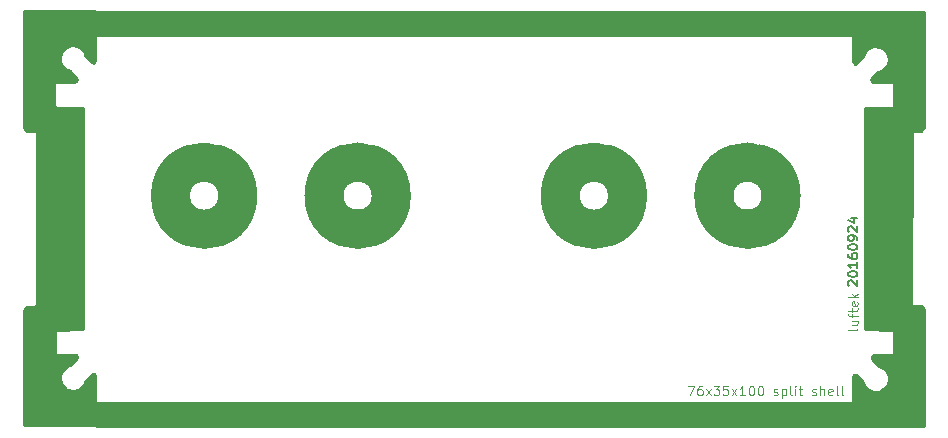
<source format=gts>
G04 #@! TF.FileFunction,Soldermask,Top*
%FSLAX46Y46*%
G04 Gerber Fmt 4.6, Leading zero omitted, Abs format (unit mm)*
G04 Created by KiCad (PCBNEW (2016-09-17 revision 679eef1)-makepkg) date 09/24/16 16:35:10*
%MOMM*%
%LPD*%
G01*
G04 APERTURE LIST*
%ADD10C,0.150000*%
%ADD11C,0.100000*%
%ADD12C,0.700000*%
%ADD13C,1.350000*%
%ADD14C,3.000000*%
%ADD15C,0.254000*%
G04 APERTURE END LIST*
D10*
D11*
X70431904Y-26750476D02*
X70393809Y-26826666D01*
X70317619Y-26864761D01*
X69631904Y-26864761D01*
X69898571Y-26102857D02*
X70431904Y-26102857D01*
X69898571Y-26445714D02*
X70317619Y-26445714D01*
X70393809Y-26407619D01*
X70431904Y-26331428D01*
X70431904Y-26217142D01*
X70393809Y-26140952D01*
X70355714Y-26102857D01*
X69898571Y-25836190D02*
X69898571Y-25531428D01*
X70431904Y-25721904D02*
X69746190Y-25721904D01*
X69670000Y-25683809D01*
X69631904Y-25607619D01*
X69631904Y-25531428D01*
X69898571Y-25379047D02*
X69898571Y-25074285D01*
X69631904Y-25264761D02*
X70317619Y-25264761D01*
X70393809Y-25226666D01*
X70431904Y-25150476D01*
X70431904Y-25074285D01*
X70393809Y-24502857D02*
X70431904Y-24579047D01*
X70431904Y-24731428D01*
X70393809Y-24807619D01*
X70317619Y-24845714D01*
X70012857Y-24845714D01*
X69936666Y-24807619D01*
X69898571Y-24731428D01*
X69898571Y-24579047D01*
X69936666Y-24502857D01*
X70012857Y-24464761D01*
X70089047Y-24464761D01*
X70165238Y-24845714D01*
X70431904Y-24121904D02*
X69631904Y-24121904D01*
X70127142Y-24045714D02*
X70431904Y-23817142D01*
X69898571Y-23817142D02*
X70203333Y-24121904D01*
D10*
X69668095Y-23140119D02*
X69630000Y-23102023D01*
X69591904Y-23025833D01*
X69591904Y-22835357D01*
X69630000Y-22759166D01*
X69668095Y-22721071D01*
X69744285Y-22682976D01*
X69820476Y-22682976D01*
X69934761Y-22721071D01*
X70391904Y-23178214D01*
X70391904Y-22682976D01*
X69591904Y-22187738D02*
X69591904Y-22111547D01*
X69630000Y-22035357D01*
X69668095Y-21997261D01*
X69744285Y-21959166D01*
X69896666Y-21921071D01*
X70087142Y-21921071D01*
X70239523Y-21959166D01*
X70315714Y-21997261D01*
X70353809Y-22035357D01*
X70391904Y-22111547D01*
X70391904Y-22187738D01*
X70353809Y-22263928D01*
X70315714Y-22302023D01*
X70239523Y-22340119D01*
X70087142Y-22378214D01*
X69896666Y-22378214D01*
X69744285Y-22340119D01*
X69668095Y-22302023D01*
X69630000Y-22263928D01*
X69591904Y-22187738D01*
X70391904Y-21159166D02*
X70391904Y-21616309D01*
X70391904Y-21387738D02*
X69591904Y-21387738D01*
X69706190Y-21463928D01*
X69782380Y-21540119D01*
X69820476Y-21616309D01*
X69591904Y-20473452D02*
X69591904Y-20625833D01*
X69630000Y-20702023D01*
X69668095Y-20740119D01*
X69782380Y-20816309D01*
X69934761Y-20854404D01*
X70239523Y-20854404D01*
X70315714Y-20816309D01*
X70353809Y-20778214D01*
X70391904Y-20702023D01*
X70391904Y-20549642D01*
X70353809Y-20473452D01*
X70315714Y-20435357D01*
X70239523Y-20397261D01*
X70049047Y-20397261D01*
X69972857Y-20435357D01*
X69934761Y-20473452D01*
X69896666Y-20549642D01*
X69896666Y-20702023D01*
X69934761Y-20778214D01*
X69972857Y-20816309D01*
X70049047Y-20854404D01*
X69591904Y-19902023D02*
X69591904Y-19825833D01*
X69630000Y-19749642D01*
X69668095Y-19711547D01*
X69744285Y-19673452D01*
X69896666Y-19635357D01*
X70087142Y-19635357D01*
X70239523Y-19673452D01*
X70315714Y-19711547D01*
X70353809Y-19749642D01*
X70391904Y-19825833D01*
X70391904Y-19902023D01*
X70353809Y-19978214D01*
X70315714Y-20016309D01*
X70239523Y-20054404D01*
X70087142Y-20092500D01*
X69896666Y-20092500D01*
X69744285Y-20054404D01*
X69668095Y-20016309D01*
X69630000Y-19978214D01*
X69591904Y-19902023D01*
X70391904Y-19254404D02*
X70391904Y-19102023D01*
X70353809Y-19025833D01*
X70315714Y-18987738D01*
X70201428Y-18911547D01*
X70049047Y-18873452D01*
X69744285Y-18873452D01*
X69668095Y-18911547D01*
X69630000Y-18949642D01*
X69591904Y-19025833D01*
X69591904Y-19178214D01*
X69630000Y-19254404D01*
X69668095Y-19292500D01*
X69744285Y-19330595D01*
X69934761Y-19330595D01*
X70010952Y-19292500D01*
X70049047Y-19254404D01*
X70087142Y-19178214D01*
X70087142Y-19025833D01*
X70049047Y-18949642D01*
X70010952Y-18911547D01*
X69934761Y-18873452D01*
X69668095Y-18568690D02*
X69630000Y-18530595D01*
X69591904Y-18454404D01*
X69591904Y-18263928D01*
X69630000Y-18187738D01*
X69668095Y-18149642D01*
X69744285Y-18111547D01*
X69820476Y-18111547D01*
X69934761Y-18149642D01*
X70391904Y-18606785D01*
X70391904Y-18111547D01*
X69858571Y-17425833D02*
X70391904Y-17425833D01*
X69553809Y-17616309D02*
X70125238Y-17806785D01*
X70125238Y-17311547D01*
D11*
X56038571Y-31631904D02*
X56571904Y-31631904D01*
X56229047Y-32431904D01*
X57219523Y-31631904D02*
X57067142Y-31631904D01*
X56990952Y-31670000D01*
X56952857Y-31708095D01*
X56876666Y-31822380D01*
X56838571Y-31974761D01*
X56838571Y-32279523D01*
X56876666Y-32355714D01*
X56914761Y-32393809D01*
X56990952Y-32431904D01*
X57143333Y-32431904D01*
X57219523Y-32393809D01*
X57257619Y-32355714D01*
X57295714Y-32279523D01*
X57295714Y-32089047D01*
X57257619Y-32012857D01*
X57219523Y-31974761D01*
X57143333Y-31936666D01*
X56990952Y-31936666D01*
X56914761Y-31974761D01*
X56876666Y-32012857D01*
X56838571Y-32089047D01*
X57562380Y-32431904D02*
X57981428Y-31898571D01*
X57562380Y-31898571D02*
X57981428Y-32431904D01*
X58210000Y-31631904D02*
X58705238Y-31631904D01*
X58438571Y-31936666D01*
X58552857Y-31936666D01*
X58629047Y-31974761D01*
X58667142Y-32012857D01*
X58705238Y-32089047D01*
X58705238Y-32279523D01*
X58667142Y-32355714D01*
X58629047Y-32393809D01*
X58552857Y-32431904D01*
X58324285Y-32431904D01*
X58248095Y-32393809D01*
X58210000Y-32355714D01*
X59429047Y-31631904D02*
X59048095Y-31631904D01*
X59010000Y-32012857D01*
X59048095Y-31974761D01*
X59124285Y-31936666D01*
X59314761Y-31936666D01*
X59390952Y-31974761D01*
X59429047Y-32012857D01*
X59467142Y-32089047D01*
X59467142Y-32279523D01*
X59429047Y-32355714D01*
X59390952Y-32393809D01*
X59314761Y-32431904D01*
X59124285Y-32431904D01*
X59048095Y-32393809D01*
X59010000Y-32355714D01*
X59733809Y-32431904D02*
X60152857Y-31898571D01*
X59733809Y-31898571D02*
X60152857Y-32431904D01*
X60876666Y-32431904D02*
X60419523Y-32431904D01*
X60648095Y-32431904D02*
X60648095Y-31631904D01*
X60571904Y-31746190D01*
X60495714Y-31822380D01*
X60419523Y-31860476D01*
X61371904Y-31631904D02*
X61448095Y-31631904D01*
X61524285Y-31670000D01*
X61562380Y-31708095D01*
X61600476Y-31784285D01*
X61638571Y-31936666D01*
X61638571Y-32127142D01*
X61600476Y-32279523D01*
X61562380Y-32355714D01*
X61524285Y-32393809D01*
X61448095Y-32431904D01*
X61371904Y-32431904D01*
X61295714Y-32393809D01*
X61257619Y-32355714D01*
X61219523Y-32279523D01*
X61181428Y-32127142D01*
X61181428Y-31936666D01*
X61219523Y-31784285D01*
X61257619Y-31708095D01*
X61295714Y-31670000D01*
X61371904Y-31631904D01*
X62133809Y-31631904D02*
X62210000Y-31631904D01*
X62286190Y-31670000D01*
X62324285Y-31708095D01*
X62362380Y-31784285D01*
X62400476Y-31936666D01*
X62400476Y-32127142D01*
X62362380Y-32279523D01*
X62324285Y-32355714D01*
X62286190Y-32393809D01*
X62210000Y-32431904D01*
X62133809Y-32431904D01*
X62057619Y-32393809D01*
X62019523Y-32355714D01*
X61981428Y-32279523D01*
X61943333Y-32127142D01*
X61943333Y-31936666D01*
X61981428Y-31784285D01*
X62019523Y-31708095D01*
X62057619Y-31670000D01*
X62133809Y-31631904D01*
X63314761Y-32393809D02*
X63390952Y-32431904D01*
X63543333Y-32431904D01*
X63619523Y-32393809D01*
X63657619Y-32317619D01*
X63657619Y-32279523D01*
X63619523Y-32203333D01*
X63543333Y-32165238D01*
X63429047Y-32165238D01*
X63352857Y-32127142D01*
X63314761Y-32050952D01*
X63314761Y-32012857D01*
X63352857Y-31936666D01*
X63429047Y-31898571D01*
X63543333Y-31898571D01*
X63619523Y-31936666D01*
X64000476Y-31898571D02*
X64000476Y-32698571D01*
X64000476Y-31936666D02*
X64076666Y-31898571D01*
X64229047Y-31898571D01*
X64305238Y-31936666D01*
X64343333Y-31974761D01*
X64381428Y-32050952D01*
X64381428Y-32279523D01*
X64343333Y-32355714D01*
X64305238Y-32393809D01*
X64229047Y-32431904D01*
X64076666Y-32431904D01*
X64000476Y-32393809D01*
X64838571Y-32431904D02*
X64762380Y-32393809D01*
X64724285Y-32317619D01*
X64724285Y-31631904D01*
X65143333Y-32431904D02*
X65143333Y-31898571D01*
X65143333Y-31631904D02*
X65105238Y-31670000D01*
X65143333Y-31708095D01*
X65181428Y-31670000D01*
X65143333Y-31631904D01*
X65143333Y-31708095D01*
X65410000Y-31898571D02*
X65714761Y-31898571D01*
X65524285Y-31631904D02*
X65524285Y-32317619D01*
X65562380Y-32393809D01*
X65638571Y-32431904D01*
X65714761Y-32431904D01*
X66552857Y-32393809D02*
X66629047Y-32431904D01*
X66781428Y-32431904D01*
X66857619Y-32393809D01*
X66895714Y-32317619D01*
X66895714Y-32279523D01*
X66857619Y-32203333D01*
X66781428Y-32165238D01*
X66667142Y-32165238D01*
X66590952Y-32127142D01*
X66552857Y-32050952D01*
X66552857Y-32012857D01*
X66590952Y-31936666D01*
X66667142Y-31898571D01*
X66781428Y-31898571D01*
X66857619Y-31936666D01*
X67238571Y-32431904D02*
X67238571Y-31631904D01*
X67581428Y-32431904D02*
X67581428Y-32012857D01*
X67543333Y-31936666D01*
X67467142Y-31898571D01*
X67352857Y-31898571D01*
X67276666Y-31936666D01*
X67238571Y-31974761D01*
X68267142Y-32393809D02*
X68190952Y-32431904D01*
X68038571Y-32431904D01*
X67962380Y-32393809D01*
X67924285Y-32317619D01*
X67924285Y-32012857D01*
X67962380Y-31936666D01*
X68038571Y-31898571D01*
X68190952Y-31898571D01*
X68267142Y-31936666D01*
X68305238Y-32012857D01*
X68305238Y-32089047D01*
X67924285Y-32165238D01*
X68762380Y-32431904D02*
X68686190Y-32393809D01*
X68648095Y-32317619D01*
X68648095Y-31631904D01*
X69181428Y-32431904D02*
X69105238Y-32393809D01*
X69067142Y-32317619D01*
X69067142Y-31631904D01*
D12*
X31000000Y-13550000D02*
X31000000Y-17520000D01*
D13*
X31910000Y-15530000D02*
G75*
G03X31910000Y-15530000I-3830000J0D01*
G01*
D14*
X30740000Y-15530000D02*
G75*
G03X30740000Y-15530000I-2660000J0D01*
G01*
D12*
X18000000Y-13550000D02*
X18000000Y-17520000D01*
D13*
X18910000Y-15530000D02*
G75*
G03X18910000Y-15530000I-3830000J0D01*
G01*
D14*
X17740000Y-15530000D02*
G75*
G03X17740000Y-15530000I-2660000J0D01*
G01*
D12*
X64000000Y-13550000D02*
X64000000Y-17520000D01*
D13*
X64910000Y-15530000D02*
G75*
G03X64910000Y-15530000I-3830000J0D01*
G01*
D14*
X63740000Y-15530000D02*
G75*
G03X63740000Y-15530000I-2660000J0D01*
G01*
D12*
X51000000Y-13550000D02*
X51000000Y-17520000D01*
D13*
X51910000Y-15530000D02*
G75*
G03X51910000Y-15530000I-3830000J0D01*
G01*
D14*
X50740000Y-15530000D02*
G75*
G03X50740000Y-15530000I-2660000J0D01*
G01*
D15*
G36*
X70824735Y3110D02*
X70568976Y-1893034D01*
X4788728Y-1912961D01*
X4815294Y52905D01*
X70824735Y3110D01*
X70824735Y3110D01*
G37*
X70824735Y3110D02*
X70568976Y-1893034D01*
X4788728Y-1912961D01*
X4815294Y52905D01*
X70824735Y3110D01*
G36*
X70122424Y-35022960D02*
X5926417Y-35003039D01*
X5917587Y-33086960D01*
X70113573Y-33067039D01*
X70122424Y-35022960D01*
X70122424Y-35022960D01*
G37*
X70122424Y-35022960D02*
X5926417Y-35003039D01*
X5917587Y-33086960D01*
X70113573Y-33067039D01*
X70122424Y-35022960D01*
G36*
X76043043Y-9717610D02*
X75806500Y-10033000D01*
X75110000Y-10033000D01*
X75061399Y-10042667D01*
X75020197Y-10070197D01*
X74992667Y-10111399D01*
X74983000Y-10159739D01*
X74953000Y-24759739D01*
X74962568Y-24808360D01*
X74990013Y-24849618D01*
X75031158Y-24877233D01*
X75080000Y-24887000D01*
X75817394Y-24887000D01*
X76043000Y-25112606D01*
X76043000Y-35033000D01*
X70036424Y-35033000D01*
X70027000Y-32959643D01*
X70027000Y-30802333D01*
X70102350Y-30701866D01*
X70157554Y-30676388D01*
X70263440Y-30711683D01*
X70856553Y-31267727D01*
X70937228Y-31572498D01*
X70973046Y-31632564D01*
X71303046Y-31942564D01*
X71341796Y-31967496D01*
X71731796Y-32127496D01*
X71780000Y-32137000D01*
X72160000Y-32137000D01*
X72223368Y-32120061D01*
X72553368Y-31930061D01*
X72574147Y-31915123D01*
X72834147Y-31685123D01*
X72867315Y-31638643D01*
X73037315Y-31228643D01*
X73046945Y-31176266D01*
X73036945Y-30836266D01*
X73028162Y-30793451D01*
X72898162Y-30463451D01*
X72873065Y-30423583D01*
X72613065Y-30143583D01*
X72570747Y-30113580D01*
X72202299Y-29952974D01*
X71634539Y-29394522D01*
X71594602Y-29234775D01*
X71645253Y-29133474D01*
X71791994Y-29056610D01*
X73361587Y-29036990D01*
X73410064Y-29026716D01*
X73450918Y-28998673D01*
X73477931Y-28957130D01*
X73487000Y-28910000D01*
X73487000Y-27010000D01*
X73477333Y-26961399D01*
X73449803Y-26920197D01*
X73408601Y-26892667D01*
X73361549Y-26883009D01*
X71027066Y-26854540D01*
X71036934Y-8124920D01*
X73332099Y-8086983D01*
X73380533Y-8076513D01*
X73421274Y-8048306D01*
X73448120Y-8006655D01*
X73456998Y-7960661D01*
X73466998Y-6040661D01*
X73457584Y-5992011D01*
X73430269Y-5950666D01*
X73389211Y-5922922D01*
X73340747Y-5913002D01*
X71690187Y-5903293D01*
X71600639Y-5820141D01*
X71555078Y-5740409D01*
X71575477Y-5653714D01*
X72140858Y-5079065D01*
X72434593Y-4968914D01*
X72477409Y-4942134D01*
X72867409Y-4572134D01*
X72900743Y-4519373D01*
X73050743Y-4059373D01*
X73052788Y-3987565D01*
X72912788Y-3457565D01*
X72880992Y-3401403D01*
X72510992Y-3021403D01*
X72470161Y-2993326D01*
X72441946Y-2984910D01*
X71871946Y-2884910D01*
X71819198Y-2886792D01*
X71459198Y-2976792D01*
X71408697Y-3002436D01*
X71048697Y-3302436D01*
X71013037Y-3350516D01*
X70804565Y-3843268D01*
X70253061Y-4319992D01*
X70203763Y-4339711D01*
X70126088Y-4329354D01*
X70069240Y-4277675D01*
X70016898Y-4128124D01*
X70007013Y-2052299D01*
X70091817Y11260D01*
X71378199Y-6987D01*
X71380794Y-6998D01*
X76052871Y22202D01*
X76043043Y-9717610D01*
X76043043Y-9717610D01*
G37*
X76043043Y-9717610D02*
X75806500Y-10033000D01*
X75110000Y-10033000D01*
X75061399Y-10042667D01*
X75020197Y-10070197D01*
X74992667Y-10111399D01*
X74983000Y-10159739D01*
X74953000Y-24759739D01*
X74962568Y-24808360D01*
X74990013Y-24849618D01*
X75031158Y-24877233D01*
X75080000Y-24887000D01*
X75817394Y-24887000D01*
X76043000Y-25112606D01*
X76043000Y-35033000D01*
X70036424Y-35033000D01*
X70027000Y-32959643D01*
X70027000Y-30802333D01*
X70102350Y-30701866D01*
X70157554Y-30676388D01*
X70263440Y-30711683D01*
X70856553Y-31267727D01*
X70937228Y-31572498D01*
X70973046Y-31632564D01*
X71303046Y-31942564D01*
X71341796Y-31967496D01*
X71731796Y-32127496D01*
X71780000Y-32137000D01*
X72160000Y-32137000D01*
X72223368Y-32120061D01*
X72553368Y-31930061D01*
X72574147Y-31915123D01*
X72834147Y-31685123D01*
X72867315Y-31638643D01*
X73037315Y-31228643D01*
X73046945Y-31176266D01*
X73036945Y-30836266D01*
X73028162Y-30793451D01*
X72898162Y-30463451D01*
X72873065Y-30423583D01*
X72613065Y-30143583D01*
X72570747Y-30113580D01*
X72202299Y-29952974D01*
X71634539Y-29394522D01*
X71594602Y-29234775D01*
X71645253Y-29133474D01*
X71791994Y-29056610D01*
X73361587Y-29036990D01*
X73410064Y-29026716D01*
X73450918Y-28998673D01*
X73477931Y-28957130D01*
X73487000Y-28910000D01*
X73487000Y-27010000D01*
X73477333Y-26961399D01*
X73449803Y-26920197D01*
X73408601Y-26892667D01*
X73361549Y-26883009D01*
X71027066Y-26854540D01*
X71036934Y-8124920D01*
X73332099Y-8086983D01*
X73380533Y-8076513D01*
X73421274Y-8048306D01*
X73448120Y-8006655D01*
X73456998Y-7960661D01*
X73466998Y-6040661D01*
X73457584Y-5992011D01*
X73430269Y-5950666D01*
X73389211Y-5922922D01*
X73340747Y-5913002D01*
X71690187Y-5903293D01*
X71600639Y-5820141D01*
X71555078Y-5740409D01*
X71575477Y-5653714D01*
X72140858Y-5079065D01*
X72434593Y-4968914D01*
X72477409Y-4942134D01*
X72867409Y-4572134D01*
X72900743Y-4519373D01*
X73050743Y-4059373D01*
X73052788Y-3987565D01*
X72912788Y-3457565D01*
X72880992Y-3401403D01*
X72510992Y-3021403D01*
X72470161Y-2993326D01*
X72441946Y-2984910D01*
X71871946Y-2884910D01*
X71819198Y-2886792D01*
X71459198Y-2976792D01*
X71408697Y-3002436D01*
X71048697Y-3302436D01*
X71013037Y-3350516D01*
X70804565Y-3843268D01*
X70253061Y-4319992D01*
X70203763Y-4339711D01*
X70126088Y-4329354D01*
X70069240Y-4277675D01*
X70016898Y-4128124D01*
X70007013Y-2052299D01*
X70091817Y11260D01*
X71378199Y-6987D01*
X71380794Y-6998D01*
X76052871Y22202D01*
X76043043Y-9717610D01*
G36*
X5863000Y-1990357D02*
X5863000Y-4147666D01*
X5787649Y-4248135D01*
X5732446Y-4273614D01*
X5626560Y-4238317D01*
X5033447Y-3682271D01*
X4952771Y-3377501D01*
X4916954Y-3317436D01*
X4586954Y-3007436D01*
X4548204Y-2982504D01*
X4158204Y-2822504D01*
X4110000Y-2813000D01*
X3730000Y-2813000D01*
X3666632Y-2829939D01*
X3336632Y-3019939D01*
X3315853Y-3034877D01*
X3055854Y-3264876D01*
X3022686Y-3311356D01*
X2852685Y-3721357D01*
X2843055Y-3773734D01*
X2853055Y-4113734D01*
X2861838Y-4156548D01*
X2991837Y-4486549D01*
X3016935Y-4526419D01*
X3276936Y-4806418D01*
X3319253Y-4836421D01*
X3687704Y-4997027D01*
X4255462Y-5555480D01*
X4295397Y-5715224D01*
X4244746Y-5816526D01*
X4098007Y-5893390D01*
X2528413Y-5913010D01*
X2479936Y-5923284D01*
X2439082Y-5951327D01*
X2412069Y-5992870D01*
X2403000Y-6040000D01*
X2403001Y-7940000D01*
X2412668Y-7988601D01*
X2440198Y-8029803D01*
X2481400Y-8057333D01*
X2528452Y-8066991D01*
X4862935Y-8095462D01*
X4853066Y-26825080D01*
X2557902Y-26863017D01*
X2509468Y-26873487D01*
X2468727Y-26901694D01*
X2441881Y-26943345D01*
X2433003Y-26989338D01*
X2423002Y-28909338D01*
X2432416Y-28957989D01*
X2459731Y-28999334D01*
X2500789Y-29027078D01*
X2549253Y-29036998D01*
X4199813Y-29046706D01*
X4289361Y-29129859D01*
X4334922Y-29209591D01*
X4314523Y-29296286D01*
X3749142Y-29870936D01*
X3455408Y-29981086D01*
X3412591Y-30007866D01*
X3022591Y-30377866D01*
X2989257Y-30430627D01*
X2839257Y-30890627D01*
X2837212Y-30962435D01*
X2977212Y-31492435D01*
X3009008Y-31548597D01*
X3379008Y-31928597D01*
X3419839Y-31956674D01*
X3448054Y-31965090D01*
X4018054Y-32065090D01*
X4070802Y-32063208D01*
X4430802Y-31973208D01*
X4481303Y-31947564D01*
X4841303Y-31647564D01*
X4876963Y-31599484D01*
X5085436Y-31106730D01*
X5636940Y-30630007D01*
X5686236Y-30610289D01*
X5763912Y-30620646D01*
X5820760Y-30672325D01*
X5873102Y-30821876D01*
X5882987Y-32897701D01*
X5798086Y-34963618D01*
X3949749Y-34973000D01*
X-162872Y-34973000D01*
X-153043Y-25232390D01*
X83500Y-24917000D01*
X780000Y-24917001D01*
X828601Y-24907334D01*
X869802Y-24879804D01*
X897333Y-24838602D01*
X907000Y-24790262D01*
X937000Y-10190261D01*
X927432Y-10141640D01*
X899987Y-10100382D01*
X858842Y-10072767D01*
X810000Y-10063000D01*
X72606Y-10063000D01*
X-153000Y-9837394D01*
X-153002Y82999D01*
X5853574Y82999D01*
X5863000Y-1990357D01*
X5863000Y-1990357D01*
G37*
X5863000Y-1990357D02*
X5863000Y-4147666D01*
X5787649Y-4248135D01*
X5732446Y-4273614D01*
X5626560Y-4238317D01*
X5033447Y-3682271D01*
X4952771Y-3377501D01*
X4916954Y-3317436D01*
X4586954Y-3007436D01*
X4548204Y-2982504D01*
X4158204Y-2822504D01*
X4110000Y-2813000D01*
X3730000Y-2813000D01*
X3666632Y-2829939D01*
X3336632Y-3019939D01*
X3315853Y-3034877D01*
X3055854Y-3264876D01*
X3022686Y-3311356D01*
X2852685Y-3721357D01*
X2843055Y-3773734D01*
X2853055Y-4113734D01*
X2861838Y-4156548D01*
X2991837Y-4486549D01*
X3016935Y-4526419D01*
X3276936Y-4806418D01*
X3319253Y-4836421D01*
X3687704Y-4997027D01*
X4255462Y-5555480D01*
X4295397Y-5715224D01*
X4244746Y-5816526D01*
X4098007Y-5893390D01*
X2528413Y-5913010D01*
X2479936Y-5923284D01*
X2439082Y-5951327D01*
X2412069Y-5992870D01*
X2403000Y-6040000D01*
X2403001Y-7940000D01*
X2412668Y-7988601D01*
X2440198Y-8029803D01*
X2481400Y-8057333D01*
X2528452Y-8066991D01*
X4862935Y-8095462D01*
X4853066Y-26825080D01*
X2557902Y-26863017D01*
X2509468Y-26873487D01*
X2468727Y-26901694D01*
X2441881Y-26943345D01*
X2433003Y-26989338D01*
X2423002Y-28909338D01*
X2432416Y-28957989D01*
X2459731Y-28999334D01*
X2500789Y-29027078D01*
X2549253Y-29036998D01*
X4199813Y-29046706D01*
X4289361Y-29129859D01*
X4334922Y-29209591D01*
X4314523Y-29296286D01*
X3749142Y-29870936D01*
X3455408Y-29981086D01*
X3412591Y-30007866D01*
X3022591Y-30377866D01*
X2989257Y-30430627D01*
X2839257Y-30890627D01*
X2837212Y-30962435D01*
X2977212Y-31492435D01*
X3009008Y-31548597D01*
X3379008Y-31928597D01*
X3419839Y-31956674D01*
X3448054Y-31965090D01*
X4018054Y-32065090D01*
X4070802Y-32063208D01*
X4430802Y-31973208D01*
X4481303Y-31947564D01*
X4841303Y-31647564D01*
X4876963Y-31599484D01*
X5085436Y-31106730D01*
X5636940Y-30630007D01*
X5686236Y-30610289D01*
X5763912Y-30620646D01*
X5820760Y-30672325D01*
X5873102Y-30821876D01*
X5882987Y-32897701D01*
X5798086Y-34963618D01*
X3949749Y-34973000D01*
X-162872Y-34973000D01*
X-153043Y-25232390D01*
X83500Y-24917000D01*
X780000Y-24917001D01*
X828601Y-24907334D01*
X869802Y-24879804D01*
X897333Y-24838602D01*
X907000Y-24790262D01*
X937000Y-10190261D01*
X927432Y-10141640D01*
X899987Y-10100382D01*
X858842Y-10072767D01*
X810000Y-10063000D01*
X72606Y-10063000D01*
X-153000Y-9837394D01*
X-153002Y82999D01*
X5853574Y82999D01*
X5863000Y-1990357D01*
M02*

</source>
